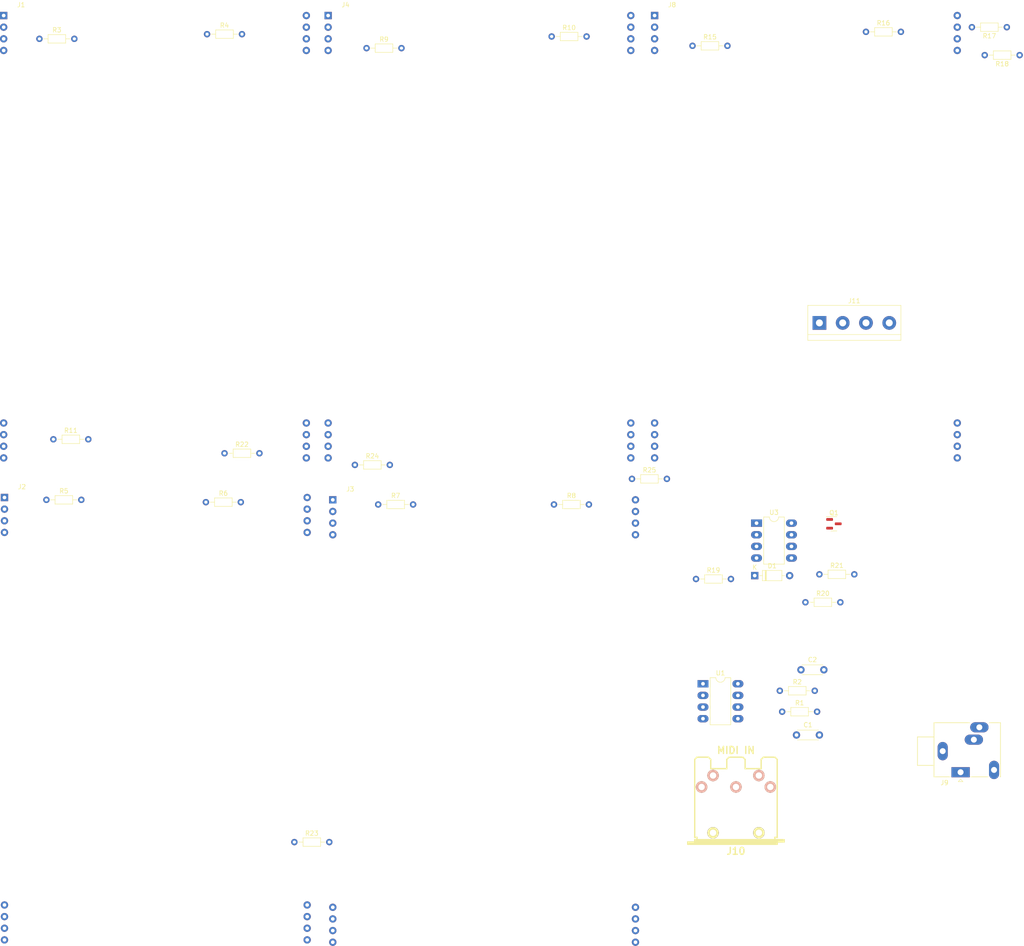
<source format=kicad_pcb>
(kicad_pcb (version 20221018) (generator pcbnew)
  (layers (0 "F.Cu" signal) (31 "B.Cu" signal) (34 "B.Paste" user) (35 "F.Paste" user) (36 "B.SilkS" user "B.Silkscreen") (37 "F.SilkS" user "F.Silkscreen") (38 "B.Mask" user) (39 "F.Mask" user) (44 "Edge.Cuts" user))
  (net 0 "")
  (net 1 "Net-(U1A--)")
  (net 2 "Net-(C1-Pad2)")
  (net 3 "Net-(U1B--)")
  (net 4 "Net-(C2-Pad2)")
  (net 5 "Net-(D1-K)")
  (net 6 "Net-(D1-A)")
  (net 7 "Net-(J1-Pin_1)")
  (net 8 "I2C_SCK")
  (net 9 "I2C_SDA")
  (net 10 "+12V")
  (net 11 "GND")
  (net 12 "+5V")
  (net 13 "+3.3V")
  (net 14 "-5V")
  (net 15 "Net-(J1-Pin_9)")
  (net 16 "Net-(J1-Pin_10)")
  (net 17 "Net-(J1-Pin_11)")
  (net 18 "Net-(J1-Pin_12)")
  (net 19 "Net-(J1-Pin_13)")
  (net 20 "Net-(J1-Pin_14)")
  (net 21 "Net-(J1-Pin_15)")
  (net 22 "Net-(J1-Pin_16)")
  (net 23 "Net-(J2-Pin_1)")
  (net 24 "Net-(J2-Pin_7)")
  (net 25 "Net-(J2-Pin_9)")
  (net 26 "Net-(J2-Pin_10)")
  (net 27 "Net-(J2-Pin_11)")
  (net 28 "Net-(J2-Pin_12)")
  (net 29 "Net-(J2-Pin_13)")
  (net 30 "Net-(J2-Pin_14)")
  (net 31 "Net-(J2-Pin_15)")
  (net 32 "Net-(J2-Pin_16)")
  (net 33 "Net-(J3-Pin_1)")
  (net 34 "Net-(J3-Pin_7)")
  (net 35 "Net-(J3-Pin_9)")
  (net 36 "Net-(J3-Pin_10)")
  (net 37 "Net-(J3-Pin_11)")
  (net 38 "Net-(J3-Pin_12)")
  (net 39 "Net-(J3-Pin_13)")
  (net 40 "Net-(J3-Pin_14)")
  (net 41 "Net-(J3-Pin_15)")
  (net 42 "Net-(J3-Pin_16)")
  (net 43 "Net-(J4-Pin_1)")
  (net 44 "Net-(J4-Pin_7)")
  (net 45 "Net-(J4-Pin_9)")
  (net 46 "Net-(J4-Pin_10)")
  (net 47 "Net-(J4-Pin_11)")
  (net 48 "Net-(J4-Pin_12)")
  (net 49 "Net-(J4-Pin_13)")
  (net 50 "Net-(J4-Pin_14)")
  (net 51 "Net-(J4-Pin_15)")
  (net 52 "Net-(J4-Pin_16)")
  (net 53 "Net-(J8-Pin_1)")
  (net 54 "Net-(J8-Pin_7)")
  (net 55 "Net-(J8-Pin_16)")
  (net 56 "Net-(Q1-G)")
  (net 57 "VBUS")
  (net 58 "Net-(J10-Pad4)")
  (net 59 "Net-(U3-VO1)")
  (net 60 "RX")
  (net 63 "Net-(J1-Pin_7)")
  (net 64 "-12V")
  (footprint "Resistor_THT:R_Axial_DIN0204_L3.6mm_D1.6mm_P7.62mm_Horizontal" (layer "F.Cu") (at 168.91 10.16)
    (fp_text reference "R15" (at 3.81 -1.92) (layer "F.SilkS"))
    (fp_text value "R")
    (fp_line (start 0.94 0) (end 1.89 0) (stroke (width 0.12)) (layer "F.SilkS"))
    (fp_line (start 1.89 -0.92) (end 1.89 0.92) (stroke (width 0.12)) (layer "F.SilkS"))
    (fp_line (start 1.89 0.92) (end 5.73 0.92) (stroke (width 0.12)) (layer "F.SilkS"))
    (fp_line (start 5.73 -0.92) (end 1.89 -0.92) (stroke (width 0.12)) (layer "F.SilkS"))
    (fp_line (start 5.73 0.92) (end 5.73 -0.92) (stroke (width 0.12)) (layer "F.SilkS"))
    (fp_line (start 6.68 0) (end 5.73 0) (stroke (width 0.12)) (layer "F.SilkS"))
    (pad "1" thru_hole circle (at 0 0) (size 1.4 1.4) (drill 0.7) (layers "*.Cu" "*.Mask") (net 1 "Net-(U1A--)"))
    (pad "2" thru_hole oval (at 7.62 0) (size 1.4 1.4) (drill 0.7) (layers "*.Cu" "*.Mask") (net 53 "Net-(J8-Pin_1)"))
  )
  (footprint "SYNTHFILLE:DIP-16_AS" (layer "F.Cu") (at 160.638 3.553)
    (fp_text reference "J8" (at 3.81 -2.33) (layer "F.SilkS"))
    (fp_text value "ES")
    (pad "1" thru_hole rect (at 0 0) (size 1.6 1.6) (drill 0.8) (layers "*.Cu" "*.Mask") (net 53 "Net-(J8-Pin_1)"))
    (pad "2" thru_hole oval (at 0 2.54) (size 1.6 1.6) (drill 0.8) (layers "*.Cu" "*.Mask") (net 51 "Net-(J4-Pin_15)"))
    (pad "3" thru_hole oval (at 0 5.08) (size 1.6 1.6) (drill 0.8) (layers "*.Cu" "*.Mask") (net 50 "Net-(J4-Pin_14)"))
    (pad "4" thru_hole oval (at 0 7.62) (size 1.6 1.6) (drill 0.8) (layers "*.Cu" "*.Mask") (net 49 "Net-(J4-Pin_13)"))
    (pad "5" thru_hole oval (at 0 88.9) (size 1.6 1.6) (drill 0.8) (layers "*.Cu" "*.Mask") (net 48 "Net-(J4-Pin_12)"))
    (pad "6" thru_hole oval (at 0 91.44) (size 1.6 1.6) (drill 0.8) (layers "*.Cu" "*.Mask") (net 47 "Net-(J4-Pin_11)"))
    (pad "7" thru_hole oval (at 0 93.98) (size 1.6 1.6) (drill 0.8) (layers "*.Cu" "*.Mask") (net 54 "Net-(J8-Pin_7)"))
    (pad "8" thru_hole oval (at 0 96.52) (size 1.6 1.6) (drill 0.8) (layers "*.Cu" "*.Mask") (net 45 "Net-(J4-Pin_9)"))
    (pad "9" thru_hole oval (at 66.04 96.52) (size 1.6 1.6) (drill 0.8) (layers "*.Cu" "*.Mask") (net 14 "-5V"))
    (pad "10" thru_hole oval (at 66.04 93.98) (size 1.6 1.6) (drill 0.8) (layers "*.Cu" "*.Mask") (net 11 "GND"))
    (pad "11" thru_hole oval (at 66.04 91.44) (size 1.6 1.6) (drill 0.8) (layers "*.Cu" "*.Mask") (net 12 "+5V"))
    (pad "12" thru_hole oval (at 66.04 88.9) (size 1.6 1.6) (drill 0.8) (layers "*.Cu" "*.Mask") (net 11 "GND"))
    (pad "13" thru_hole oval (at 66.04 7.62) (size 1.6 1.6) (drill 0.8) (layers "*.Cu" "*.Mask") (net 10 "+12V"))
    (pad "14" thru_hole oval (at 66.04 5.08) (size 1.6 1.6) (drill 0.8) (layers "*.Cu" "*.Mask") (net 9 "I2C_SDA"))
    (pad "15" thru_hole oval (at 66.04 2.54) (size 1.6 1.6) (drill 0.8) (layers "*.Cu" "*.Mask") (net 8 "I2C_SCK"))
    (pad "16" thru_hole oval (at 66.04 0) (size 1.6 1.6) (drill 0.8) (layers "*.Cu" "*.Mask") (net 55 "Net-(J8-Pin_16)"))
  )
  (footprint "Resistor_THT:R_Axial_DIN0204_L3.6mm_D1.6mm_P7.62mm_Horizontal" (layer "F.Cu") (at 237.49 6.096 180)
    (fp_text reference "R17" (at 3.81 -1.92) (layer "F.SilkS"))
    (fp_text value "4k7")
    (fp_line (start 0.94 0) (end 1.89 0) (stroke (width 0.12)) (layer "F.SilkS"))
    (fp_line (start 1.89 -0.92) (end 1.89 0.92) (stroke (width 0.12)) (layer "F.SilkS"))
    (fp_line (start 1.89 0.92) (end 5.73 0.92) (stroke (width 0.12)) (layer "F.SilkS"))
    (fp_line (start 5.73 -0.92) (end 1.89 -0.92) (stroke (width 0.12)) (layer "F.SilkS"))
    (fp_line (start 5.73 0.92) (end 5.73 -0.92) (stroke (width 0.12)) (layer "F.SilkS"))
    (fp_line (start 6.68 0) (end 5.73 0) (stroke (width 0.12)) (layer "F.SilkS"))
    (pad "1" thru_hole circle (at 0 0 180) (size 1.4 1.4) (drill 0.7) (layers "*.Cu" "*.Mask") (net 13 "+3.3V"))
    (pad "2" thru_hole oval (at 7.62 0 180) (size 1.4 1.4) (drill 0.7) (layers "*.Cu" "*.Mask") (net 8 "I2C_SCK"))
  )
  (footprint "Resistor_THT:R_Axial_DIN0204_L3.6mm_D1.6mm_P7.62mm_Horizontal" (layer "F.Cu") (at 26.416 8.636)
    (fp_text reference "R3" (at 3.81 -1.92) (layer "F.SilkS"))
    (fp_text value "R")
    (fp_line (start 0.94 0) (end 1.89 0) (stroke (width 0.12)) (layer "F.SilkS"))
    (fp_line (start 1.89 -0.92) (end 1.89 0.92) (stroke (width 0.12)) (layer "F.SilkS"))
    (fp_line (start 1.89 0.92) (end 5.73 0.92) (stroke (width 0.12)) (layer "F.SilkS"))
    (fp_line (start 5.73 -0.92) (end 1.89 -0.92) (stroke (width 0.12)) (layer "F.SilkS"))
    (fp_line (start 5.73 0.92) (end 5.73 -0.92) (stroke (width 0.12)) (layer "F.SilkS"))
    (fp_line (start 6.68 0) (end 5.73 0) (stroke (width 0.12)) (layer "F.SilkS"))
    (pad "1" thru_hole circle (at 0 0) (size 1.4 1.4) (drill 0.7) (layers "*.Cu" "*.Mask") (net 1 "Net-(U1A--)"))
    (pad "2" thru_hole oval (at 7.62 0) (size 1.4 1.4) (drill 0.7) (layers "*.Cu" "*.Mask") (net 7 "Net-(J1-Pin_1)"))
  )
  (footprint "Package_DIP:DIP-8_W7.62mm_LongPads" (layer "F.Cu") (at 182.88 114.3)
    (fp_text reference "U3" (at 3.81 -2.33) (layer "F.SilkS"))
    (fp_text value "6N138")
    (fp_line (start 1.56 -1.33) (end 1.56 8.95) (stroke (width 0.12)) (layer "F.SilkS"))
    (fp_line (start 1.56 8.95) (end 6.06 8.95) (stroke (width 0.12)) (layer "F.SilkS"))
    (fp_line (start 2.81 -1.33) (end 1.56 -1.33) (stroke (width 0.12)) (layer "F.SilkS"))
    (fp_line (start 6.06 -1.33) (end 4.81 -1.33) (stroke (width 0.12)) (layer "F.SilkS"))
    (fp_line (start 6.06 8.95) (end 6.06 -1.33) (stroke (width 0.12)) (layer "F.SilkS"))
    (fp_arc (start 4.81 -1.33) (mid 3.81 -0.33) (end 2.81 -1.33) (stroke (width 0.12)) (layer "F.SilkS"))
    (pad "1" thru_hole rect (at 0 0) (size 2.4 1.6) (drill 0.8) (layers "*.Cu" "*.Mask"))
    (pad "2" thru_hole oval (at 0 2.54) (size 2.4 1.6) (drill 0.8) (layers "*.Cu" "*.Mask") (net 5 "Net-(D1-K)"))
    (pad "3" thru_hole oval (at 0 5.08) (size 2.4 1.6) (drill 0.8) (layers "*.Cu" "*.Mask") (net 6 "Net-(D1-A)"))
    (pad "4" thru_hole oval (at 0 7.62) (size 2.4 1.6) (drill 0.8) (layers "*.Cu" "*.Mask"))
    (pad "5" thru_hole oval (at 7.62 7.62) (size 2.4 1.6) (drill 0.8) (layers "*.Cu" "*.Mask") (net 11 "GND"))
    (pad "6" thru_hole oval (at 7.62 5.08) (size 2.4 1.6) (drill 0.8) (layers "*.Cu" "*.Mask") (net 60 "RX"))
    (pad "7" thru_hole oval (at 7.62 2.54) (size 2.4 1.6) (drill 0.8) (layers "*.Cu" "*.Mask") (net 59 "Net-(U3-VO1)"))
    (pad "8" thru_hole oval (at 7.62 0) (size 2.4 1.6) (drill 0.8) (layers "*.Cu" "*.Mask") (net 12 "+5V"))
  )
  (footprint "Resistor_THT:R_Axial_DIN0204_L3.6mm_D1.6mm_P7.62mm_Horizontal" (layer "F.Cu") (at 193.548 131.572)
    (fp_text reference "R20" (at 3.81 -1.92) (layer "F.SilkS"))
    (fp_text value "4k7")
    (fp_line (start 0.94 0) (end 1.89 0) (stroke (width 0.12)) (layer "F.SilkS"))
    (fp_line (start 1.89 -0.92) (end 1.89 0.92) (stroke (width 0.12)) (layer "F.SilkS"))
    (fp_line (start 1.89 0.92) (end 5.73 0.92) (stroke (width 0.12)) (layer "F.SilkS"))
    (fp_line (start 5.73 -0.92) (end 1.89 -0.92) (stroke (width 0.12)) (layer "F.SilkS"))
    (fp_line (start 5.73 0.92) (end 5.73 -0.92) (stroke (width 0.12)) (layer "F.SilkS"))
    (fp_line (start 6.68 0) (end 5.73 0) (stroke (width 0.12)) (layer "F.SilkS"))
    (pad "1" thru_hole circle (at 0 0) (size 1.4 1.4) (drill 0.7) (layers "*.Cu" "*.Mask") (net 59 "Net-(U3-VO1)"))
    (pad "2" thru_hole oval (at 7.62 0) (size 1.4 1.4) (drill 0.7) (layers "*.Cu" "*.Mask") (net 11 "GND"))
  )
  (footprint "Package_TO_SOT_SMD:SOT-23" (layer "F.Cu") (at 199.76 114.45)
    (fp_text reference "Q1" (at 0 -2.4) (layer "F.SilkS"))
    (fp_text value "BS170F")
    (fp_line (start 0 -1.56) (end -1.675 -1.56) (stroke (width 0.12)) (layer "F.SilkS"))
    (fp_line (start 0 -1.56) (end 0.65 -1.56) (stroke (width 0.12)) (layer "F.SilkS"))
    (fp_line (start 0 1.56) (end -0.65 1.56) (stroke (width 0.12)) (layer "F.SilkS"))
    (fp_line (start 0 1.56) (end 0.65 1.56) (stroke (width 0.12)) (layer "F.SilkS"))
    (pad "1" smd roundrect (at -0.9375 -0.95) (size 1.475 0.6) (layers "F.Cu" "F.Paste" "F.Mask") (net 56 "Net-(Q1-G)"))
    (pad "2" smd roundrect (at -0.9375 0.95) (size 1.475 0.6) (layers "F.Cu" "F.Paste" "F.Mask") (net 12 "+5V"))
    (pad "3" smd roundrect (at 0.9375 0) (size 1.475 0.6) (layers "F.Cu" "F.Paste" "F.Mask") (net 57 "VBUS"))
  )
  (footprint "Resistor_THT:R_Axial_DIN0204_L3.6mm_D1.6mm_P7.62mm_Horizontal" (layer "F.Cu") (at 62.738 109.728)
    (fp_text reference "R6" (at 3.81 -1.92) (layer "F.SilkS"))
    (fp_text value "R")
    (fp_line (start 0.94 0) (end 1.89 0) (stroke (width 0.12)) (layer "F.SilkS"))
    (fp_line (start 1.89 -0.92) (end 1.89 0.92) (stroke (width 0.12)) (layer "F.SilkS"))
    (fp_line (start 1.89 0.92) (end 5.73 0.92) (stroke (width 0.12)) (layer "F.SilkS"))
    (fp_line (start 5.73 -0.92) (end 1.89 -0.92) (stroke (width 0.12)) (layer "F.SilkS"))
    (fp_line (start 5.73 0.92) (end 5.73 -0.92) (stroke (width 0.12)) (layer "F.SilkS"))
    (fp_line (start 6.68 0) (end 5.73 0) (stroke (width 0.12)) (layer "F.SilkS"))
    (pad "1" thru_hole circle (at 0 0) (size 1.4 1.4) (drill 0.7) (layers "*.Cu" "*.Mask") (net 3 "Net-(U1B--)"))
    (pad "2" thru_hole oval (at 7.62 0) (size 1.4 1.4) (drill 0.7) (layers "*.Cu" "*.Mask") (net 32 "Net-(J2-Pin_16)"))
  )
  (footprint "Capacitor_THT:C_Disc_D4.3mm_W1.9mm_P5.00mm" (layer "F.Cu") (at 192.572 146.304)
    (fp_text reference "C2" (at 2.5 -2.2) (layer "F.SilkS"))
    (fp_text value "120pF")
    (fp_line (start 0.23 -1.07) (end 0.23 -1.055) (stroke (width 0.12)) (layer "F.SilkS"))
    (fp_line (start 0.23 -1.07) (end 4.77 -1.07) (stroke (width 0.12)) (layer "F.SilkS"))
    (fp_line (start 0.23 1.055) (end 0.23 1.07) (stroke (width 0.12)) (layer "F.SilkS"))
    (fp_line (start 0.23 1.07) (end 4.77 1.07) (stroke (width 0.12)) (layer "F.SilkS"))
    (fp_line (start 4.77 -1.07) (end 4.77 -1.055) (stroke (width 0.12)) (layer "F.SilkS"))
    (fp_line (start 4.77 1.055) (end 4.77 1.07) (stroke (width 0.12)) (layer "F.SilkS"))
    (pad "1" thru_hole circle (at 0 0) (size 1.6 1.6) (drill 0.8) (layers "*.Cu" "*.Mask") (net 3 "Net-(U1B--)"))
    (pad "2" thru_hole circle (at 5 0) (size 1.6 1.6) (drill 0.8) (layers "*.Cu" "*.Mask") (net 4 "Net-(C2-Pad2)"))
  )
  (footprint "Resistor_THT:R_Axial_DIN0204_L3.6mm_D1.6mm_P7.62mm_Horizontal" (layer "F.Cu") (at 100.33 110.236)
    (fp_text reference "R7" (at 3.81 -1.92) (layer "F.SilkS"))
    (fp_text value "R")
    (fp_line (start 0.94 0) (end 1.89 0) (stroke (width 0.12)) (layer "F.SilkS"))
    (fp_line (start 1.89 -0.92) (end 1.89 0.92) (stroke (width 0.12)) (layer "F.SilkS"))
    (fp_line (start 1.89 0.92) (end 5.73 0.92) (stroke (width 0.12)) (layer "F.SilkS"))
    (fp_line (start 5.73 -0.92) (end 1.89 -0.92) (stroke (width 0.12)) (layer "F.SilkS"))
    (fp_line (start 5.73 0.92) (end 5.73 -0.92) (stroke (width 0.12)) (layer "F.SilkS"))
    (fp_line (start 6.68 0) (end 5.73 0) (stroke (width 0.12)) (layer "F.SilkS"))
    (pad "1" thru_hole circle (at 0 0) (size 1.4 1.4) (drill 0.7) (layers "*.Cu" "*.Mask") (net 1 "Net-(U1A--)"))
    (pad "2" thru_hole oval (at 7.62 0) (size 1.4 1.4) (drill 0.7) (layers "*.Cu" "*.Mask") (net 33 "Net-(J3-Pin_1)"))
  )
  (footprint "Resistor_THT:R_Axial_DIN0204_L3.6mm_D1.6mm_P7.62mm_Horizontal" (layer "F.Cu") (at 206.756 7.112)
    (fp_text reference "R16" (at 3.81 -1.92) (layer "F.SilkS"))
    (fp_text value "R")
    (fp_line (start 0.94 0) (end 1.89 0) (stroke (width 0.12)) (layer "F.SilkS"))
    (fp_line (start 1.89 -0.92) (end 1.89 0.92) (stroke (width 0.12)) (layer "F.SilkS"))
    (fp_line (start 1.89 0.92) (end 5.73 0.92) (stroke (width 0.12)) (layer "F.SilkS"))
    (fp_line (start 5.73 -0.92) (end 1.89 -0.92) (stroke (width 0.12)) (layer "F.SilkS"))
    (fp_line (start 5.73 0.92) (end 5.73 -0.92) (stroke (width 0.12)) (layer "F.SilkS"))
    (fp_line (start 6.68 0) (end 5.73 0) (stroke (width 0.12)) (layer "F.SilkS"))
    (pad "1" thru_hole circle (at 0 0) (size 1.4 1.4) (drill 0.7) (layers "*.Cu" "*.Mask") (net 3 "Net-(U1B--)"))
    (pad "2" thru_hole oval (at 7.62 0) (size 1.4 1.4) (drill 0.7) (layers "*.Cu" "*.Mask") (net 55 "Net-(J8-Pin_16)"))
  )
  (footprint "SYNTHFILLE:DIP-16_AS" (layer "F.Cu") (at 90.424 109.22)
    (fp_text reference "J3" (at 3.81 -2.33) (layer "F.SilkS"))
    (fp_text value "ES")
    (pad "1" thru_hole rect (at 0 0) (size 1.6 1.6) (drill 0.8) (layers "*.Cu" "*.Mask") (net 33 "Net-(J3-Pin_1)"))
    (pad "2" thru_hole oval (at 0 2.54) (size 1.6 1.6) (drill 0.8) (layers "*.Cu" "*.Mask") (net 31 "Net-(J2-Pin_15)"))
    (pad "3" thru_hole oval (at 0 5.08) (size 1.6 1.6) (drill 0.8) (layers "*.Cu" "*.Mask") (net 30 "Net-(J2-Pin_14)"))
    (pad "4" thru_hole oval (at 0 7.62) (size 1.6 1.6) (drill 0.8) (layers "*.Cu" "*.Mask") (net 29 "Net-(J2-Pin_13)"))
    (pad "5" thru_hole oval (at 0 88.9) (size 1.6 1.6) (drill 0.8) (layers "*.Cu" "*.Mask") (net 28 "Net-(J2-Pin_12)"))
    (pad "6" thru_hole oval (at 0 91.44) (size 1.6 1.6) (drill 0.8) (layers "*.Cu" "*.Mask") (net 27 "Net-(J2-Pin_11)"))
    (pad "7" thru_hole oval (at 0 93.98) (size 1.6 1.6) (drill 0.8) (layers "*.Cu" "*.Mask") (net 34 "Net-(J3-Pin_7)"))
    (pad "8" thru_hole oval (at 0 96.52) (size 1.6 1.6) (drill 0.8) (layers "*.Cu" "*.Mask") (net 25 "Net-(J2-Pin_9)"))
    (pad "9" thru_hole oval (at 66.04 96.52) (size 1.6 1.6) (drill 0.8) (layers "*.Cu" "*.Mask") (net 35 "Net-(J3-Pin_9)"))
    (pad "10" thru_hole oval (at 66.04 93.98) (size 1.6 1.6) (drill 0.8) (layers "*.Cu" "*.Mask") (net 36 "Net-(J3-Pin_10)"))
    (pad "11" thru_hole oval (at 66.04 91.44) (size 1.6 1.6) (drill 0.8) (layers "*.Cu" "*.Mask") (net 37 "Net-(J3-Pin_11)"))
    (pad "12" thru_hole oval (at 66.04 88.9) (size 1.6 1.6) (drill 0.8) (layers "*.Cu" "*.Mask") (net 38 "Net-(J3-Pin_12)"))
    (pad "13" thru_hole oval (at 66.04 7.62) (size 1.6 1.6) (drill 0.8) (layers "*.Cu" "*.Mask") (net 39 "Net-(J3-Pin_13)"))
    (pad "14" thru_hole oval (at 66.04 5.08) (size 1.6 1.6) (drill 0.8) (layers "*.Cu" "*.Mask") (net 40 "Net-(J3-Pin_14)"))
    (pad "15" thru_hole oval (at 66.04 2.54) (size 1.6 1.6) (drill 0.8) (layers "*.Cu" "*.Mask") (net 41 "Net-(J3-Pin_15)"))
    (pad "16" thru_hole oval (at 66.04 0) (size 1.6 1.6) (drill 0.8) (layers "*.Cu" "*.Mask") (net 42 "Net-(J3-Pin_16)"))
  )
  (footprint "Resistor_THT:R_Axial_DIN0204_L3.6mm_D1.6mm_P7.62mm_Horizontal" (layer "F.Cu") (at 66.802 99.06)
    (fp_text reference "R22" (at 3.81 -1.92) (layer "F.SilkS"))
    (fp_text value "R")
    (fp_line (start 0.94 0) (end 1.89 0) (stroke (width 0.12)) (layer "F.SilkS"))
    (fp_line (start 1.89 -0.92) (end 1.89 0.92) (stroke (width 0.12)) (layer "F.SilkS"))
    (fp_line (start 1.89 0.92) (end 5.73 0.92) (stroke (width 0.12)) (layer "F.SilkS"))
    (fp_line (start 5.73 -0.92) (end 1.89 -0.92) (stroke (width 0.12)) (layer "F.SilkS"))
    (fp_line (start 5.73 0.92) (end 5.73 -0.92) (stroke (width 0.12)) (layer "F.SilkS"))
    (fp_line (start 6.68 0) (end 5.73 0) (stroke (width 0.12)) (layer "F.SilkS"))
    (pad "1" thru_hole circle (at 0 0) (size 1.4 1.4) (drill 0.7) (layers "*.Cu" "*.Mask") (net 16 "Net-(J1-Pin_10)"))
    (pad "2" thru_hole oval (at 7.62 0) (size 1.4 1.4) (drill 0.7) (layers "*.Cu" "*.Mask") (net 24 "Net-(J2-Pin_7)"))
  )
  (footprint "Connector_Audio:Jack_3.5mm_Ledino_KB3SPRS_Horizontal" (layer "F.Cu") (at 227.396 168.648)
    (fp_text reference "J9" (at -3.5 2.3) (layer "F.SilkS"))
    (fp_text value "AudioJack3")
    (fp_line (start -9.4 -7.7) (end -9.4 -1.5) (stroke (width 0.15)) (layer "F.SilkS"))
    (fp_line (start -9.4 -1.5) (end -5.8 -1.5) (stroke (width 0.15)) (layer "F.SilkS"))
    (fp_line (start -5.8 -10.8) (end 1.95 -10.8) (stroke (width 0.15)) (layer "F.SilkS"))
    (fp_line (start -5.8 -7.7) (end -9.4 -7.7) (stroke (width 0.15)) (layer "F.SilkS"))
    (fp_line (start -5.8 1) (end -5.8 -10.8) (stroke (width 0.15)) (layer "F.SilkS"))
    (fp_line (start -2.25 1) (end -5.8 1) (stroke (width 0.15)) (layer "F.SilkS"))
    (fp_line (start -0.5 2.05) (end 0.5 2.05) (stroke (width 0.12)) (layer "F.SilkS"))
    (fp_line (start 0 1.5) (end -0.5 2.05) (stroke (width 0.12)) (layer "F.SilkS"))
    (fp_line (start 0.5 2.05) (end 0 1.5) (stroke (width 0.12)) (layer "F.SilkS"))
    (fp_line (start 6 1) (end 2.25 1) (stroke (width 0.15)) (layer "F.SilkS"))
    (fp_line (start 6.3 -10.8) (end 8.7 -10.8) (stroke (width 0.15)) (layer "F.SilkS"))
    (fp_line (start 8.7 -10.8) (end 8.7 1) (stroke (width 0.15)) (layer "F.SilkS"))
    (fp_line (start 8.7 1) (end 8.6 1) (stroke (width 0.15)) (layer "F.SilkS"))
    (pad "R" thru_hole oval (at 4.1 -9.8) (size 4 2.2) (drill 1.3) (layers "*.Cu" "*.Mask") (net 4 "Net-(C2-Pad2)"))
    (pad "RN" thru_hole oval (at 2.9 -7.1) (size 4 2.2) (drill 1.3) (layers "*.Cu" "*.Mask"))
    (pad "S" thru_hole oval (at -3.9 -4.6) (size 2.2 4) (drill 1.3) (layers "*.Cu" "*.Mask") (net 11 "GND"))
    (pad "T" thru_hole rect (at 0 0) (size 4 2.2) (drill 1.3) (layers "*.Cu" "*.Mask") (net 2 "Net-(C1-Pad2)"))
    (pad "TN" thru_hole oval (at 7.3 -0.5 90) (size 4 2.2) (drill 1.3) (layers "*.Cu" "*.Mask"))
  )
  (footprint "Capacitor_THT:C_Disc_D4.3mm_W1.9mm_P5.00mm" (layer "F.Cu") (at 191.596 160.528)
    (fp_text reference "C1" (at 2.5 -2.2) (layer "F.SilkS"))
    (fp_text value "120pF")
    (fp_line (start 0.23 -1.07) (end 0.23 -1.055) (stroke (width 0.12)) (layer "F.SilkS"))
    (fp_line (start 0.23 -1.07) (end 4.77 -1.07) (stroke (width 0.12)) (layer "F.SilkS"))
    (fp_line (start 0.23 1.055) (end 0.23 1.07) (stroke (width 0.12)) (layer "F.SilkS"))
    (fp_line (start 0.23 1.07) (end 4.77 1.07) (stroke (width 0.12)) (layer "F.SilkS"))
    (fp_line (start 4.77 -1.07) (end 4.77 -1.055) (stroke (width 0.12)) (layer "F.SilkS"))
    (fp_line (start 4.77 1.055) (end 4.77 1.07) (stroke (width 0.12)) (layer "F.SilkS"))
    (pad "1" thru_hole circle (at 0 0) (size 1.6 1.6) (drill 0.8) (layers "*.Cu" "*.Mask") (net 1 "Net-(U1A--)"))
    (pad "2" thru_hole circle (at 5 0) (size 1.6 1.6) (drill 0.8) (layers "*.Cu" "*.Mask") (net 2 "Net-(C1-Pad2)"))
  )
  (footprint "Resistor_THT:R_Axial_DIN0204_L3.6mm_D1.6mm_P7.62mm_Horizontal" (layer "F.Cu") (at 95.25 101.6)
    (fp_text reference "R24" (at 3.81 -1.92) (layer "F.SilkS"))
    (fp_text value "R")
    (fp_line (start 0.94 0) (end 1.89 0) (stroke (width 0.12)) (layer "F.SilkS"))
    (fp_line (start 1.89 -0.92) (end 1.89 0.92) (stroke (width 0.12)) (layer "F.SilkS"))
    (fp_line (start 1.89 0.92) (end 5.73 0.92) (stroke (width 0.12)) (layer "F.SilkS"))
    (fp_line (start 5.73 -0.92) (end 1.89 -0.92) (stroke (width 0.12)) (layer "F.SilkS"))
    (fp_line (start 5.73 0.92) (end 5.73 -0.92) (stroke (width 0.12)) (layer "F.SilkS"))
    (fp_line (start 6.68 0) (end 5.73 0) (stroke (width 0.12)) (layer "F.SilkS"))
    (pad "1" thru_hole circle (at 0 0) (size 1.4 1.4) (drill 0.7) (layers "*.Cu" "*.Mask") (net 36 "Net-(J3-Pin_10)"))
    (pad "2" thru_hole oval (at 7.62 0) (size 1.4 1.4) (drill 0.7) (layers "*.Cu" "*.Mask") (net 44 "Net-(J4-Pin_7)"))
  )
  (footprint "Resistor_THT:R_Axial_DIN0204_L3.6mm_D1.6mm_P7.62mm_Horizontal" (layer "F.Cu") (at 138.176 8.128)
    (fp_text reference "R10" (at 3.81 -1.92) (layer "F.SilkS"))
    (fp_text value "R")
    (fp_line (start 0.94 0) (end 1.89 0) (stroke (width 0.12)) (layer "F.SilkS"))
    (fp_line (start 1.89 -0.92) (end 1.89 0.92) (stroke (width 0.12)) (layer "F.SilkS"))
    (fp_line (start 1.89 0.92) (end 5.73 0.92) (stroke (width 0.12)) (layer "F.SilkS"))
    (fp_line (start 5.73 -0.92) (end 1.89 -0.92) (stroke (width 0.12)) (layer "F.SilkS"))
    (fp_line (start 5.73 0.92) (end 5.73 -0.92) (stroke (width 0.12)) (layer "F.SilkS"))
    (fp_line (start 6.68 0) (end 5.73 0) (stroke (width 0.12)) (layer "F.SilkS"))
    (pad "1" thru_hole circle (at 0 0) (size 1.4 1.4) (drill 0.7) (layers "*.Cu" "*.Mask") (net 3 "Net-(U1B--)"))
    (pad "2" thru_hole oval (at 7.62 0) (size 1.4 1.4) (drill 0.7) (layers "*.Cu" "*.Mask") (net 52 "Net-(J4-Pin_16)"))
  )
  (footprint "Resistor_THT:R_Axial_DIN0204_L3.6mm_D1.6mm_P7.62mm_Horizontal" (layer "F.Cu") (at 240.284 12.192 180)
    (fp_text reference "R18" (at 3.81 -1.92) (layer "F.SilkS"))
    (fp_text value "4k7")
    (fp_line (start 0.94 0) (end 1.89 0) (stroke (width 0.12)) (layer "F.SilkS"))
    (fp_line (start 1.89 -0.92) (end 1.89 0.92) (stroke (width 0.12)) (layer "F.SilkS"))
    (fp_line (start 1.89 0.92) (end 5.73 0.92) (stroke (width 0.12)) (layer "F.SilkS"))
    (fp_line (start 5.73 -0.92) (end 1.89 -0.92) (stroke (width 0.12)) (layer "F.SilkS"))
    (fp_line (start 5.73 0.92) (end 5.73 -0.92) (stroke (width 0.12)) (layer "F.SilkS"))
    (fp_line (start 6.68 0) (end 5.73 0) (stroke (width 0.12)) (layer "F.SilkS"))
    (pad "1" thru_hole circle (at 0 0 180) (size 1.4 1.4) (drill 0.7) (layers "*.Cu" "*.Mask") (net 13 "+3.3V"))
    (pad "2" thru_hole oval (at 7.62 0 180) (size 1.4 1.4) (drill 0.7) (layers "*.Cu" "*.Mask") (net 9 "I2C_SDA"))
  )
  (footprint "Diode_THT:D_DO-35_SOD27_P7.62mm_Horizontal" (layer "F.Cu") (at 182.48 125.75)
    (fp_text reference "D1" (at 3.81 -2.12) (layer "F.SilkS"))
    (fp_text value "1N4148")
    (fp_text user "K" (at 0 -1.8) (layer "F.SilkS"))
    (fp_line (start 1.04 0) (end 1.69 0) (stroke (width 0.12)) (layer "F.SilkS"))
    (fp_line (start 1.69 -1.12) (end 1.69 1.12) (stroke (width 0.12)) (layer "F.SilkS"))
    (fp_line (start 1.69 1.12) (end 5.93 1.12) (stroke (width 0.12)) (layer "F.SilkS"))
    (fp_line (start 2.29 -1.12) (end 2.29 1.12) (stroke (width 0.12)) (layer "F.SilkS"))
    (fp_line (start 2.41 -1.12) (end 2.41 1.12) (stroke (width 0.12)) (layer "F.SilkS"))
    (fp_line (start 2.53 -1.12) (end 2.53 1.12) (stroke (width 0.12)) (layer "F.SilkS"))
    (fp_line (start 5.93 -1.12) (end 1.69 -1.12) (stroke (width 0.12)) (layer "F.SilkS"))
    (fp_line (start 5.93 1.12) (end 5.93 -1.12) (stroke (width 0.12)) (layer "F.SilkS"))
    (fp_line (start 6.58 0) (end 5.93 0) (stroke (width 0.12)) (layer "F.SilkS"))
    (pad "1" thru_hole rect (at 0 0) (size 1.6 1.6) (drill 0.8) (layers "*.Cu" "*.Mask") (net 5 "Net-(D1-K)"))
    (pad "2" thru_hole oval (at 7.62 0) (size 1.6 1.6) (drill 0.8) (layers "*.Cu" "*.Mask") (net 6 "Net-(D1-A)"))
  )
  (footprint "Resistor_THT:R_Axial_DIN0204_L3.6mm_D1.6mm_P7.62mm_Horizontal" (layer "F.Cu") (at 62.992 7.62)
    (fp_text reference "R4" (at 3.81 -1.92) (layer "F.SilkS"))
    (fp_text value "R")
    (fp_line (start 0.94 0) (end 1.89 0) (stroke (width 0.12)) (layer "F.SilkS"))
    (fp_line (start 1.89 -0.92) (end 1.89 0.92) (stroke (width 0.12)) (layer "F.SilkS"))
    (fp_line (start 1.89 0.92) (end 5.73 0.92) (stroke (width 0.12)) (layer "F.SilkS"))
    (fp_line (start 5.73 -0.92) (end 1.89 -0.92) (stroke (width 0.12)) (layer "F.SilkS"))
    (fp_line (start 5.73 0.92) (end 5.73 -0.92) (stroke (width 0.12)) (layer "F.SilkS"))
    (fp_line (start 6.68 0) (end 5.73 0) (stroke (width 0.12)) (layer "F.SilkS"))
    (pad "1" thru_hole circle (at 0 0) (size 1.4 1.4) (drill 0.7) (layers "*.Cu" "*.Mask") (net 3 "Net-(U1B--)"))
    (pad "2" thru_hole oval (at 7.62 0) (size 1.4 1.4) (drill 0.7) (layers "*.Cu" "*.Mask") (net 22 "Net-(J1-Pin_16)"))
  )
  (footprint "SYNTHFILLE:DIP-16_AS" (layer "F.Cu") (at 89.408 3.556)
    (fp_text reference "J4" (at 3.81 -2.33) (layer "F.SilkS"))
    (fp_text value "ES")
    (pad "1" thru_hole rect (at 0 0) (size 1.6 1.6) (drill 0.8) (layers "*.Cu" "*.Mask") (net 43 "Net-(J4-Pin_1)"))
    (pad "2" thru_hole oval (at 0 2.54) (size 1.6 1.6) (drill 0.8) (layers "*.Cu" "*.Mask") (net 41 "Net-(J3-Pin_15)"))
    (pad "3" thru_hole oval (at 0 5.08) (size 1.6 1.6) (drill 0.8) (layers "*.Cu" "*.Mask") (net 40 "Net-(J3-Pin_14)"))
    (pad "4" thru_hole oval (at 0 7.62) (size 1.6 1.6) (drill 0.8) (layers "*.Cu" "*.Mask") (net 39 "Net-(J3-Pin_13)"))
    (pad "5" thru_hole oval (at 0 88.9) (size 1.6 1.6) (drill 0.8) (layers "*.Cu" "*.Mask") (net 38 "Net-(J3-Pin_12)"))
    (pad "6" thru_hole oval (at 0 91.44) (size 1.6 1.6) (drill 0.8) (layers "*.Cu" "*.Mask") (net 37 "Net-(J3-Pin_11)"))
    (pad "7" thru_hole oval (at 0 93.98) (size 1.6 1.6) (drill 0.8) (layers "*.Cu" "*.Mask") (net 44 "Net-(J4-Pin_7)"))
    (pad "8" thru_hole oval (at 0 96.52) (size 1.6 1.6) (drill 0.8) (layers "*.Cu" "*.Mask") (net 35 "Net-(J3-Pin_9)"))
    (pad "9" thru_hole oval (at 66.04 96.52) (size 1.6 1.6) (drill 0.8) (layers "*.Cu" "*.Mask") (net 45 "Net-(J4-Pin_9)"))
    (pad "10" thru_hole oval (at 66.04 93.98) (size 1.6 1.6) (drill 0.8) (layers "*.Cu" "*.Mask") (net 46 "Net-(J4-Pin_10)"))
    (pad "11" thru_hole oval (at 66.04 91.44) (size 1.6 1.6) (drill 0.8) (layers "*.Cu" "*.Mask") (net 47 "Net-(J4-Pin_11)"))
    (pad "12" thru_hole oval (at 66.04 88.9) (size 1.6 1.6) (drill 0.8) (layers "*.Cu" "*.Mask") (net 48 "Net-(J4-Pin_12)"))
    (pad "13" thru_hole oval (at 66.04 7.62) (size 1.6 1.6) (drill 0.8) (layers "*.Cu" "*.Mask") (net 49 "Net-(J4-Pin_13)"))
    (pad "14" thru_hole oval (at 66.04 5.08) (size 1.6 1.6) (drill 0.8) (layers "*.Cu" "*.Mask") (net 50 "Net-(J4-Pin_14)"))
    (pad "15" thru_hole oval (at 66.04 2.54) (size 1.6 1.6) (drill 0.8) (layers "*.Cu" "*.Mask") (net 51 "Net-(J4-Pin_15)"))
    (pad "16" thru_hole oval (at 66.04 0) (size 1.6 1.6) (drill 0.8) (layers "*.Cu" "*.Mask") (net 52 "Net-(J4-Pin_16)"))
  )
  (footprint "Resistor_THT:R_Axial_DIN0204_L3.6mm_D1.6mm_P7.62mm_Horizontal" (layer "F.Cu") (at 155.702 104.648)
    (fp_text reference "R25" (at 3.81 -1.92) (layer "F.SilkS"))
    (fp_text value "R")
    (fp_line (start 0.94 0) (end 1.89 0) (stroke (width 0.12)) (layer "F.SilkS"))
    (fp_line (start 1.89 -0.92) (end 1.89 0.92) (stroke (width 0.12)) (layer "F.SilkS"))
    (fp_line (start 1.89 0.92) (end 5.73 0.92) (stroke (width 0.12)) (layer "F.SilkS"))
    (fp_line (start 5.73 -0.92) (end 1.89 -0.92) (stroke (width 0.12)) (layer "F.SilkS"))
    (fp_line (start 5.73 0.92) (end 5.73 -0.92) (stroke (width 0.12)) (layer "F.SilkS"))
    (fp_line (start 6.68 0) (end 5.73 0) (stroke (width 0.12)) (layer "F.SilkS"))
    (pad "1" thru_hole circle (at 0 0) (size 1.4 1.4) (drill 0.7) (layers "*.Cu" "*.Mask") (net 46 "Net-(J4-Pin_10)"))
    (pad "2" thru_hole oval (at 7.62 0) (size 1.4 1.4) (drill 0.7) (layers "*.Cu" "*.Mask") (net 54 "Net-(J8-Pin_7)"))
  )
  (footprint "Resistor_THT:R_Axial_DIN0204_L3.6mm_D1.6mm_P7.62mm_Horizontal" (layer "F.Cu") (at 29.464 96.012)
    (fp_text reference "R11" (at 3.81 -1.92) (layer "F.SilkS"))
    (fp_text value "R")
    (fp_line (start 0.94 0) (end 1.89 0) (stroke (width 0.12)) (layer "F.SilkS"))
    (fp_line (start 1.89 -0.92) (end 1.89 0.92) (stroke (width 0.12)) (layer "F.SilkS"))
    (fp_line (start 1.89 0.92) (end 5.73 0.92) (stroke (width 0.12)) (layer "F.SilkS"))
    (fp_line (start 5.73 -0.92) (end 1.89 -0.92) (stroke (width 0.12)) (layer "F.SilkS"))
    (fp_line (start 5.73 0.92) (end 5.73 -0.92) (stroke (width 0.12)) (layer "F.SilkS"))
    (fp_line (start 6.68 0) (end 5.73 0) (stroke (width 0.12)) (layer "F.SilkS"))
    (pad "1" thru_hole circle (at 0 0) (size 1.4 1.4) (drill 0.7) (layers "*.Cu" "*.Mask") (net 13 "+3.3V"))
    (pad "2" thru_hole oval (at 7.62 0) (size 1.4 1.4) (drill 0.7) (layers "*.Cu" "*.Mask") (net 63 "Net-(J1-Pin_7)"))
  )
  (footprint "Package_DIP:DIP-8_W7.62mm_LongPads" (layer "F.Cu") (at 171.196 149.352)
    (fp_text reference "U1" (at 3.81 -2.33) (layer "F.SilkS"))
    (fp_text value "TL072")
    (fp_line (start 1.56 -1.33) (end 1.56 8.95) (stroke (width 0.12)) (layer "F.SilkS"))
    (fp_line (start 1.56 8.95) (end 6.06 8.95) (stroke (width 0.12)) (layer "F.SilkS"))
    (fp_line (start 2.81 -1.33) (end 1.56 -1.33) (stroke (width 0.12)) (layer "F.SilkS"))
    (fp_line (start 6.06 -1.33) (end 4.81 -1.33) (stroke (width 0.12)) (layer "F.SilkS"))
    (fp_line (start 6.06 8.95) (end 6.06 -1.33) (stroke (width 0.12)) (layer "F.SilkS"))
    (fp_arc (start 4.81 -1.33) (mid 3.81 -0.33) (end 2.81 -1.33) (stroke (width 0.12)) (layer "F.SilkS"))
    (pad "1" thru_hole rect (at 0 0) (size 2.4 1.6) (drill 0.8) (layers "*.Cu" "*.Mask") (net 2 "Net-(C1-Pad2)"))
    (pad "2" thru_hole oval (at 0 2.54) (size 2.4 1.6) (drill 0.8) (layers "*.Cu" "*.Mask") (net 1 "Net-(U1A--)"))
    (pad "3" thru_hole oval (at 0 5.08) (size 2.4 1.6) (drill 0.8) (layers "*.Cu" "*.Mask") (net 11 "GND"))
    (pad "4" thru_hole oval (at 0 7.62) (size 2.4 1.6) (drill 0.8) (layers "*.Cu" "*.Mask") (net 64 "-12V"))
    (pad "5" thru_hole oval (at 7.62 7.62) (size 2.4 1.6) (drill 0.8) (layers "*.Cu" "*.Mask") (net 11 "GND"))
    (pad "6" thru_hole oval (at 7.62 5.08) (size 2.4 1.6) (drill 0.8) (layers "*.Cu" "*.Mask") (net 3 "Net-(U1B--)"))
    (pad "7" thru_hole oval (at 7.62 2.54) (size 2.4 1.6) (drill 0.8) (layers "*.Cu" "*.Mask") (net 4 "Net-(C2-Pad2)"))
    (pad "8" thru_hole oval (at 7.62 0) (size 2.4 1.6) (drill 0.8) (layers "*.Cu" "*.Mask") (net 10 "+12V"))
  )
  (footprint "Resistor_THT:R_Axial_DIN0204_L3.6mm_D1.6mm_P7.62mm_Horizontal" (layer "F.Cu") (at 196.596 125.476)
    (fp_text reference "R21" (at 3.81 -1.92) (layer "F.SilkS"))
    (fp_text value "470")
    (fp_line (start 0.94 0) (end 1.89 0) (stroke (width 0.12)) (layer "F.SilkS"))
    (fp_line (start 1.89 -0.92) (end 1.89 0.92) (stroke (width 0.12)) (layer "F.SilkS"))
    (fp_line (start 1.89 0.92) (end 5.73 0.92) (stroke (width 0.12)) (layer "F.SilkS"))
    (fp_line (start 5.73 -0.92) (end 1.89 -0.92) (stroke (width 0.12)) (layer "F.SilkS"))
    (fp_line (start 5.73 0.92) (end 5.73 -0.92) (stroke (width 0.12)) (layer "F.SilkS"))
    (fp_line (start 6.68 0) (end 5.73 0) (stroke (width 0.12)) (layer "F.SilkS"))
    (pad "1" thru_hole circle (at 0 0) (size 1.4 1.4) (drill 0.7) (layers "*.Cu" "*.Mask") (net 13 "+3.3V"))
    (pad "2" thru_hole oval (at 7.62 0) (size 1.4 1.4) (drill 0.7) (layers "*.Cu" "*.Mask") (net 60 "RX"))
  )
  (footprint "TerminalBlock:TerminalBlock_bornier-4_P5.08mm" (layer "F.Cu") (at 196.596 70.612)
    (fp_text reference "J11" (at 7.6 -4.8) (layer "F.SilkS"))
    (fp_text value "POWER")
    (fp_line (start -2.54 -3.81) (end -2.54 3.81) (stroke (width 0.12)) (layer "F.SilkS"))
    (fp_line (start -2.54 -3.81) (end 17.78 -3.81) (stroke (width 0.12)) (layer "F.SilkS"))
    (fp_line (start -2.54 3.81) (end 17.78 3.81) (stroke (width 0.12)) (layer "F.SilkS"))
    (fp_line (start 17.78 2.54) (end -2.54 2.54) (stroke (width 0.12)) (layer "F.SilkS"))
    (fp_line (start 17.78 3.81) (end 17.78 -3.81) (stroke (width 0.12)) (layer "F.SilkS"))
    (pad "1" thru_hole rect (at 0 0) (size 3 3) (drill 1.52) (layers "*.Cu" "*.Mask") (net 11 "GND"))
    (pad "2" thru_hole circle (at 5.08 0) (size 3 3) (drill 1.52) (layers "*.Cu" "*.Mask") (net 14 "-5V"))
    (pad "3" thru_hole circle (at 10.16 0) (size 3 3) (drill 1.52) (layers "*.Cu" "*.Mask") (net 12 "+5V"))
    (pad "4" thru_hole circle (at 15.24 0) (size 3 3) (drill 1.52) (layers "*.Cu" "*.Mask") (net 64 "-12V"))
  )
  (footprint "SYNTHFILLE:DIP-16_AS" (layer "F.Cu") (at 18.616 3.556)
    (fp_text reference "J1" (at 3.81 -2.33) (layer "F.SilkS"))
    (fp_text value "ES")
    (pad "1" thru_hole rect (at 0 0) (size 1.6 1.6) (drill 0.8) (layers "*.Cu" "*.Mask") (net 7 "Net-(J1-Pin_1)"))
    (pad "2" thru_hole oval (at 0 2.54) (size 1.6 1.6) (drill 0.8) (layers "*.Cu" "*.Mask") (net 8 "I2C_SCK"))
    (pad "3" thru_hole oval (at 0 5.08) (size 1.6 1.6) (drill 0.8) (layers "*.Cu" "*.Mask") (net 9 "I2C_SDA"))
    (pad "4" thru_hole oval (at 0 7.62) (size 1.6 1.6) (drill 0.8) (layers "*.Cu" "*.Mask") (net 10 "+12V"))
    (pad "5" thru_hole oval (at 0 88.9) (size 1.6 1.6) (drill 0.8) (layers "*.Cu" "*.Mask") (net 11 "GND"))
    (pad "6" thru_hole oval (at 0 91.44) (size 1.6 1.6) (drill 0.8) (layers "*.Cu" "*.Mask") (net 12 "+5V"))
    (pad "7" thru_hole oval (at 0 93.98) (size 1.6 1.6) (drill 0.8) (layers "*.Cu" "*.Mask") (net 63 "Net-(J1-Pin_7)"))
    (pad "8" thru_hole oval (at 0 96.52) (size 1.6 1.6) (drill 0.8) (layers "*.Cu" "*.Mask") (net 14 "-5V"))
    (pad "9" thru_hole oval (at 66.04 96.52) (size 1.6 1.6) (drill 0.8) (layers "*.Cu" "*.Mask") (net 15 "Net-(J1-Pin_9)"))
    (pad "10" thru_hole oval (at 66.04 93.98) (size 1.6 1.6) (drill 0.8) (layers "*.Cu" "*.Mask") (net 16 "Net-(J1-Pin_10)"))
    (pad "11" thru_hole oval (at 66.04 91.44) (size 1.6 1.6) (drill 0.8) (layers "*.Cu" "*.Mask") (net 17 "Net-(J1-Pin_11)"))
    (pad "12" thru_hole oval (at 66.04 88.9) (size 1.6 1.6) (drill 0.8) (layers "*.Cu" "*.Mask") (net 18 "Net-(J1-Pin_12)"))
    (pad "13" thru_hole oval (at 66.04 7.62) (size 1.6 1.6) (drill 0.8) (layers "*.Cu" "*.Mask") (net 19 "Net-(J1-Pin_13)"))
    (pad "14" thru_hole oval (at 66.04 5.08) (size 1.6 1.6) (drill 0.8) (layers "*.Cu" "*.Mask") (net 20 "Net-(J1-Pin_14)"))
    (pad "15" thru_hole oval (at 66.04 2.54) (size 1.6 1.6) (drill 0.8) (layers "*.Cu" "*.Mask") (net 21 "Net-(J1-Pin_15)"))
    (pad "16" thru_hole oval (at 66.04 0) (size 1.6 1.6) (drill 0.8) (layers "*.Cu" "*.Mask") (net 22 "Net-(J1-Pin_16)"))
  )
  (footprint "SYNTHFILLE:DIP-16_AS" (layer "F.Cu") (at 18.796 108.712)
    (fp_text reference "J2" (at 3.81 -2.33) (layer "F.SilkS"))
    (fp_text value "ES")
    (pad "1" thru_hole rect (at 0 0) (size 1.6 1.6) (drill 0.8) (layers "*.Cu" "*.Mask") (net 23 "Net-(J2-Pin_1)"))
    (pad "2" thru_hole oval (at 0 2.54) (size 1.6 1.6) (drill 0.8) (layers "*.Cu" "*.Mask") (net 21 "Net-(J1-Pin_15)"))
    (pad "3" thru_hole oval (at 0 5.08) (size 1.6 1.6) (drill 0.8) (layers "*.Cu" "*.Mask") (net 20 "Net-(J1-Pin_14)"))
    (pad "4" thru_hole oval (at 0 7.62) (size 1.6 1.6) (drill 0.8) (layers "*.Cu" "*.Mask") (net 19 "Net-(J1-Pin_13)"))
    (pad "5" thru_hole oval (at 0 88.9) (size 1.6 1.6) (drill 0.8) (layers "*.Cu" "*.Mask") (net 18 "Net-(J1-Pin_12)"))
    (pad "6" thru_hole oval (at 0 91.44) (size 1.6 1.6) (drill 0.8) (layers "*.Cu" "*.Mask") (net 17 "Net-(J1-Pin_11)"))
    (pad "7" thru_hole oval (at 0 93.98) (size 1.6 1.6) (drill 0.8) (layers "*.Cu" "*.Mask") (net 24 "Net-(J2-Pin_7)"))
    (pad "8" thru_hole oval (at 0 96.52) (size 1.6 1.6) (drill 0.8) (layers "*.Cu" "*.Mask") (net 15 "Net-(J1-Pin_9)"))
    (pad "9" thru_hole oval (at 66.04 96.52) (size 1.6 1.6) (drill 0.8) (layers "*.Cu" "*.Mask") (net 25 "Net-(J2-Pin_9)"))
    (pad "10" thru_hole oval (at 66.04 93.98) (size 1.6 1.6) (drill 0.8) (layers "*.Cu" "*.Mask") (net 26 "Net-(J2-Pin_10)"))
    (pad "11" thru_hole oval (at 66.04 91.44) (size 1.6 1.6) (drill 0.8) (layers "*.Cu" "*.Mask") (net 27 "Net-(J2-Pin_11)"))
    (pad "12" thru_hole oval (at 66.04 88.9) (size 1.6 1.6) (drill 0.8) (layers "*.Cu" "*.Mask") (net 28 "Net-(J2-Pin_12)"))
    (pad "13" thru_hole oval (at 66.04 7.62) (size 1.6 1.6) (drill 0.8) (layers "*.Cu" "*.Mask") (net 29 "Net-(J2-Pin_13)"))
    (pad "14" thru_hole oval (at 66.04 5.08) (size 1.6 1.6) (drill 0.8) (layers "*.Cu" "*.Mask") (net 30 "Net-(J2-Pin_14)"))
    (pad "15" thru_hole oval (at 66.04 2.54) (size 1.6 1.6) (drill 0.8) (layers "*.Cu" "*.Mask") (net 31 "Net-(J2-Pin_15)"))
    (pad "16" thru_hole oval (at 66.04 0) (size 1.6 1.6) (drill 0.8) (layers "*.Cu" "*.Mask") (net 32 "Net-(J2-Pin_16)"))
  )
  (footprint "Resistor_THT:R_Axial_DIN0204_L3.6mm_D1.6mm_P7.62mm_Horizontal" (layer "F.Cu") (at 97.79 10.668)
    (fp_text reference "R9" (at 3.81 -1.92) (layer "F.SilkS"))
    (fp_text value "R")
    (fp_line (start 0.94 0) (end 1.89 0) (stroke (width 0.12)) (layer "F.SilkS"))
    (fp_line (start 1.89 -0.92) (end 1.89 0.92) (stroke (width 0.12)) (layer "F.SilkS"))
    (fp_line (start 1.89 0.92) (end 5.73 0.92) (stroke (width 0.12)) (layer "F.SilkS"))
    (fp_line (start 5.73 -0.92) (end 1.89 -0.92) (stroke (width 0.12)) (layer "F.SilkS"))
    (fp_line (start 5.73 0.92) (end 5.73 -0.92) (stroke (width 0.12)) (layer "F.SilkS"))
    (fp_line (start 6.68 0) (end 5.73 0) (stroke (width 0.12)) (layer "F.SilkS"))
    (pad "1" thru_hole circle (at 0 0) (size 1.4 1.4) (drill 0.7) (layers "*.Cu" "*.Mask") (net 1 "Net-(U1A--)"))
    (pad "2" thru_hole oval (at 7.62 0) (size 1.4 1.4) (drill 0.7) (layers "*.Cu" "*.Mask") (net 43 "Net-(J4-Pin_1)"))
  )
  (footprint "Resistor_THT:R_Axial_DIN0204_L3.6mm_D1.6mm_P7.62mm_Horizontal" (layer "F.Cu") (at 169.672 126.492)
    (fp_text reference "R19" (at 3.81 -1.92) (layer "F.SilkS"))
    (fp_text value "220")
    (fp_line (start 0.94 0) (end 1.89 0) (stroke (width 0.12)) (layer "F.SilkS"))
    (fp_line (start 1.89 -0.92) (end 1.89 0.92) (stroke (width 0.12)) (layer "F.SilkS"))
    (fp_line (start 1.89 0.92) (end 5.73 0.92) (stroke (width 0.12)) (layer "F.SilkS"))
    (fp_line (start 5.73 -0.92) (end 1.89 -0.92) (stroke (width 0.12)) (layer "F.SilkS"))
    (fp_line (start 5.73 0.92) (end 5.73 -0.92) (stroke (width 0.12)) (layer "F.SilkS"))
    (fp_line (start 6.68 0) (end 5.73 0) (stroke (width 0.12)) (layer "F.SilkS"))
    (pad "1" thru_hole circle (at 0 0) (size 1.4 1.4) (drill 0.7) (layers "*.Cu" "*.Mask") (net 58 "Net-(J10-Pad4)"))
    (pad "2" thru_hole oval (at 7.62 0) (size 1.4 1.4) (drill 0.7) (layers "*.Cu" "*.Mask") (net 6 "Net-(D1-A)"))
  )
  (footprint "Resistor_THT:R_Axial_DIN0204_L3.6mm_D1.6mm_P7.62mm_Horizontal" (layer "F.Cu") (at 187.96 150.876)
    (fp_text reference "R2" (at 3.81 -1.92) (layer "F.SilkS"))
    (fp_text value "R")
    (fp_line (start 0.94 0) (end 1.89 0) (stroke (width 0.12)) (layer "F.SilkS"))
    (fp_line (start 1.89 -0.92) (end 1.89 0.92) (stroke (width 0.12)) (layer "F.SilkS"))
    (fp_line (start 1.89 0.92) (end 5.73 0.92) (stroke (width 0.12)) (layer "F.SilkS"))
    (fp_line (start 5.73 -0.92) (end 1.89 -0.92) (stroke (width 0.12)) (layer "F.SilkS"))
    (fp_line (start 5.73 0.92) (end 5.73 -0.92) (stroke (width 0.12)) (layer "F.SilkS"))
    (fp_line (start 6.68 0) (end 5.73 0) (stroke (width 0.12)) (layer "F.SilkS"))
    (pad "1" thru_hole circle (at 0 0) (size 1.4 1.4) (drill 0.7) (layers "*.Cu" "*.Mask") (net 3 "Net-(U1B--)"))
    (pad "2" thru_hole oval (at 7.62 0) (size 1.4 1.4) (drill 0.7) (layers "*.Cu" "*.Mask") (net 4 "Net-(C2-Pad2)"))
  )
  (footprint "lib:MIDI_DIN5" (layer "F.Cu") (at 178.38674 174.8663)
    (fp_text reference "J10" (at 0 11.00074) (layer "F.SilkS") (effects (font (size 1.524 1.524) (thickness 0.3048))))
    (fp_text value "MIDI IN" (at 0 -11.00074) (layer "F.SilkS") (effects (font (size 1.524 1.524) (thickness 0.3048))))
    (fp_line (start -10.50036 8.99922) (end -8.99922 8.99922) (stroke (width 0.3048)) (layer "F.SilkS"))
    (fp_line (start -10.50036 9.25068) (end 8.99922 9.25068) (stroke (width 0.3048)) (layer "F.SilkS"))
    (fp_line (start -10.50036 9.4996) (end -10.50036 8.99922) (stroke (width 0.3048)) (layer "F.SilkS"))
    (fp_line (start -8.99922 -8.99922) (end -8.99922 8.001) (stroke (width 0.3048)) (layer "F.SilkS"))
    (fp_line (start -8.99922 -8.99922) (end -8.49884 -9.4996) (stroke (width 0.3048)) (layer "F.SilkS"))
    (fp_line (start -8.99922 8.001) (end -8.49884 8.001) (stroke (width 0.3048)) (layer "F.SilkS"))
    (fp_line (start -8.99922 8.49884) (end 10.50036 8.49884) (stroke (width 0.3048)) (layer "F.SilkS"))
    (fp_line (start -8.99922 8.7503) (end 10.50036 8.7503) (stroke (width 0.3048)) (layer "F.SilkS"))
    (fp_line (start -8.99922 8.99922) (end -8.99922 8.49884) (stroke (width 0.3048)) (layer "F.SilkS"))
    (fp_line (start -8.49884 -9.4996) (end -5.99948 -9.4996) (stroke (width 0.3048)) (layer "F.SilkS"))
    (fp_line (start -8.49884 8.001) (end -8.49884 8.49884) (stroke (width 0.3048)) (layer "F.SilkS"))
    (fp_line (start -5.99948 -9.4996) (end -5.4991 -8.99922) (stroke (width 0.3048)) (layer "F.SilkS"))
    (fp_line (start -5.4991 -8.99922) (end -5.4991 -7.00024) (stroke (width 0.3048)) (layer "F.SilkS"))
    (fp_line (start -5.4991 -7.00024) (end -1.99898 -7.00024) (stroke (width 0.3048)) (layer "F.SilkS"))
    (fp_line (start -1.99898 -8.99922) (end -1.99898 -7.00024) (stroke (width 0.3048)) (layer "F.SilkS"))
    (fp_line (start -1.50114 -9.4996) (end -1.99898 -8.99922) (stroke (width 0.3048)) (layer "F.SilkS"))
    (fp_line (start -1.50114 -9.4996) (end 1.50114 -9.4996) (stroke (width 0.3048)) (layer "F.SilkS"))
    (fp_line (start 1.50114 -9.4996) (end 1.99898 -8.99922) (stroke (width 0.3048)) (layer "F.SilkS"))
    (fp_line (start 1.99898 -8.99922) (end 1.99898 -7.00024) (stroke (width 0.3048)) (layer "F.SilkS"))
    (fp_line (start 5.4991 -8.99922) (end 5.4991 -7.00024) (stroke (width 0.3048)) (layer "F.SilkS"))
    (fp_line (start 5.4991 -7.00024) (end 1.99898 -7.00024) (stroke (width 0.3048)) (layer "F.SilkS"))
    (fp_line (start 5.99948 -9.4996) (end 5.4991 -8.99922) (stroke (width 0.3048)) (layer "F.SilkS"))
    (fp_line (start 6.49986 -9.4996) (end 5.99948 -9.4996) (stroke (width 0.3048)) (layer "F.SilkS"))
    (fp_line (start 8.49884 -9.4996) (end 6.49986 -9.4996) (stroke (width 0.3048)) (layer "F.SilkS"))
    (fp_line (start 8.49884 8.49884) (end 8.49884 8.001) (stroke (width 0.3048)) (layer "F.SilkS"))
    (fp_line (start 8.99922 -8.99922) (end 8.49884 -9.4996) (stroke (width 0.3048)) (layer "F.SilkS"))
    (fp_line (start 8.99922 -8.99922) (end 8.99922 8.001) (stroke (width 0.3048)) (layer "F.SilkS"))
    (fp_line (start 8.99922 8.001) (end 8.49884 8.001) (stroke (width 0.3048)) (layer "F.SilkS"))
    (fp_line (start 8.99922 8.99922) (end -8.99922 8.99922) (stroke (width 0.3048)) (layer "F.SilkS"))
    (fp_line (start 8.99922 8.99922) (end 8.99922 9.4996) (stroke (width 0.3048)) (layer "F.SilkS"))
    (fp_line (start 8.99922 9.4996) (end -10.50036 9.4996) (stroke (width 0.3048)) (layer "F.SilkS"))
    (fp_line (start 10.50036 8.49884) (end 10.50036 8.99922) (stroke (width 0.3048)) (layer "F.SilkS"))
    (fp_line (start 10.50036 8.99922) (end 8.99922 8.99922) (stroke (width 0.3048)) (layer "F.SilkS"))
    (pad "" np_thru_hole circle (at -5.00126 6.9977) (size 2.49936 2.49936) (drill 1.397) (layers "*.Cu" "*.Mask" "F.SilkS"))
    (pad "" np_thru_hole circle (at 5.00126 6.9977) (size 2.49936 2.49936) (drill 1.397) (layers "*.Cu" "*.Mask" "F.SilkS"))
    (pad "1" thru_hole circle (at 7.49808 -2.9972) (size 2.49936 2.49936) (drill 1.397) (layers "*.Cu" "*.SilkS" "*.Mask"))
    (pad "2" thru_hole circle (at 0 -2.99974) (size 2.49936 2.49936) (drill 1.397) (layers "*.Cu" "*.SilkS" "*.Mask"))
    (pad "3" thru_hole circle (at -7.49808 -2.9972) (size 2.49936 2.49936) (drill 1.397) (layers "*.Cu" "*.SilkS" "*.Mask"))
    (pad "4" thru_hole circle (at 4.99618 -5.4991) (size 2.49936 2.49936) (drill 1.397) (layers "*.Cu" "*.SilkS" "*.Mask") (net 58 "Net-(J10-Pad4)"))
    (pad "5" thru_hole circle (at -4.99618 -5.4991) (size 2.49936 2.49936) (drill 1.397) (layers "*.Cu" "*.SilkS" "*.Mask") (net 5 "Net-(D1-K)"))
  )
  (footprint "Resistor_THT:R_Axial_DIN0204_L3.6mm_D1.6mm_P7.62mm_Horizontal" (layer "F.Cu") (at 27.94 109.22)
    (fp_text reference "R5" (at 3.81 -1.92) (layer "F.SilkS"))
    (fp_text value "R")
    (fp_line (start 0.94 0) (end 1.89 0) (stroke (width 0.12)) (layer "F.SilkS"))
    (fp_line (start 1.89 -0.92) (end 1.89 0.92) (stroke (width 0.12)) (layer "F.SilkS"))
    (fp_line (start 1.89 0.92) (end 5.73 0.92) (stroke (width 0.12)) (layer "F.SilkS"))
    (fp_line (start 5.73 -0.92) (end 1.89 -0.92) (stroke (width 0.12)) (layer "F.SilkS"))
    (fp_line (start 5.73 0.92) (end 5.73 -0.92) (stroke (width 0.12)) (layer "F.SilkS"))
    (fp_line (start 6.68 0) (end 5.73 0) (stroke (width 0.12)) (layer "F.SilkS"))
    (pad "1" thru_hole circle (at 0 0) (size 1.4 1.4) (drill 0.7) (layers "*.Cu" "*.Mask") (net 1 "Net-(U1A--)"))
    (pad "2" thru_hole oval (at 7.62 0) (size 1.4 1.4) (drill 0.7) (layers "*.Cu" "*.Mask") (net 23 "Net-(J2-Pin_1)"))
  )
  (footprint "Resistor_THT:R_Axial_DIN0204_L3.6mm_D1.6mm_P7.62mm_Horizontal" (layer "F.Cu") (at 82.042 183.896)
    (fp_text reference "R23" (at 3.81 -1.92) (layer "F.SilkS"))
    (fp_text value "R")
    (fp_line (start 0.94 0) (end 1.89 0) (stroke (width 0.12)) (layer "F.SilkS"))
    (fp_line (start 1.89 -0.92) (end 1.89 0.92) (stroke (width 0.12)) (layer "F.SilkS"))
    (fp_line (start 1.89 0.92) (end 5.73 0.92) (stroke (width 0.12)) (layer "F.SilkS"))
    (fp_line (start 5.73 -0.92) (end 1.89 -0.92) (stroke (width 0.12)) (layer "F.SilkS"))
    (fp_line (start 5.73 0.92) (end 5.73 -0.92) (stroke (width 0.12)) (layer "F.SilkS"))
    (fp_line (start 6.68 0) (end 5.73 0) (stroke (width 0.12)) (layer "F.SilkS"))
    (pad "1" thru_hole circle (at 0 0) (size 1.4 1.4) (drill 0.7) (layers "*.Cu" "*.Mask") (net 26 "Net-(J2-Pin_10)"))
    (pad "2" thru_hole oval (at 7.62 0) (size 1.4 1.4) (drill 0.7) (layers "*.Cu" "*.Mask") (net 34 "Net-(J3-Pin_7)"))
  )
  (footprint "Resistor_THT:R_Axial_DIN0204_L3.6mm_D1.6mm_P7.62mm_Horizontal" (layer "F.Cu") (at 188.468 155.448)
    (fp_text reference "R1" (at 3.81 -1.92) (layer "F.SilkS"))
    (fp_text value "R")
    (fp_line (start 0.94 0) (end 1.89 0) (stroke (width 0.12)) (layer "F.SilkS"))
    (fp_line (start 1.89 -0.92) (end 1.89 0.92) (stroke (width 0.12)) (layer "F.SilkS"))
    (fp_line (start 1.89 0.92) (end 5.73 0.92) (stroke (width 0.12)) (layer "F.SilkS"))
    (fp_line (start 5.73 -0.92) (end 1.89 -0.92) (stroke (width 0.12)) (layer "F.SilkS"))
    (fp_line (start 5.73 0.92) (end 5.73 -0.92) (stroke (width 0.12)) (layer "F.SilkS"))
    (fp_line (start 6.68 0) (end 5.73 0) (stroke (width 0.12)) (layer "F.SilkS"))
    (pad "1" thru_hole circle (at 0 0) (size 1.4 1.4) (drill 0.7) (layers "*.Cu" "*.Mask") (net 1 "Net-(U1A--)"))
    (pad "2" thru_hole oval (at 7.62 0) (size 1.4 1.4) (drill 0.7) (layers "*.Cu" "*.Mask") (net 2 "Net-(C1-Pad2)"))
  )
  (footprint "Resistor_THT:R_Axial_DIN0204_L3.6mm_D1.6mm_P7.62mm_Horizontal" (layer "F.Cu") (at 138.684 110.236)
    (fp_text reference "R8" (at 3.81 -1.92) (layer "F.SilkS"))
    (fp_text value "R")
    (fp_line (start 0.94 0) (end 1.89 0) (stroke (width 0.12)) (layer "F.SilkS"))
    (fp_line (start 1.89 -0.92) (end 1.89 0.92) (stroke (width 0.12)) (layer "F.SilkS"))
    (fp_line (start 1.89 0.92) (end 5.73 0.92) (stroke (width 0.12)) (layer "F.SilkS"))
    (fp_line (start 5.73 -0.92) (end 1.89 -0.92) (stroke (width 0.12)) (layer "F.SilkS"))
    (fp_line (start 5.73 0.92) (end 5.73 -0.92) (stroke (width 0.12)) (layer "F.SilkS"))
    (fp_line (start 6.68 0) (end 5.73 0) (stroke (width 0.12)) (layer "F.SilkS"))
    (pad "1" thru_hole circle (at 0 0) (size 1.4 1.4) (drill 0.7) (layers "*.Cu" "*.Mask") (net 3 "Net-(U1B--)"))
    (pad "2" thru_hole oval (at 7.62 0) (size 1.4 1.4) (drill 0.7) (layers "*.Cu" "*.Mask") (net 42 "Net-(J3-Pin_16)"))
  )
)
</source>
